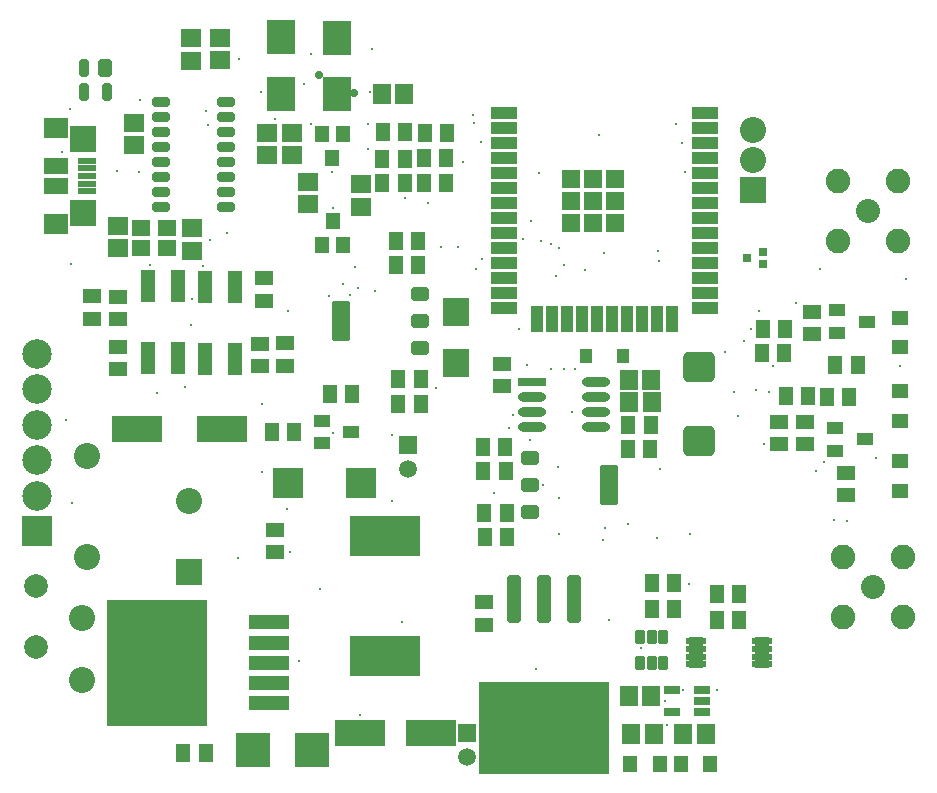
<source format=gts>
G04 Layer_Color=8388736*
%FSLAX25Y25*%
%MOIN*%
G70*
G01*
G75*
%ADD54C,0.08200*%
%ADD55C,0.08000*%
%ADD112R,0.03162X0.02768*%
%ADD113R,0.08280X0.05524*%
%ADD114R,0.06115X0.02375*%
%ADD115R,0.08280X0.07099*%
%ADD116R,0.08674X0.09068*%
%ADD117R,0.06312X0.05524*%
G04:AMPARAMS|DCode=118|XSize=59.58mil|YSize=32.41mil|CornerRadius=7.05mil|HoleSize=0mil|Usage=FLASHONLY|Rotation=0.000|XOffset=0mil|YOffset=0mil|HoleType=Round|Shape=RoundedRectangle|*
%AMROUNDEDRECTD118*
21,1,0.05958,0.01831,0,0,0.0*
21,1,0.04547,0.03241,0,0,0.0*
1,1,0.01410,0.02274,-0.00915*
1,1,0.01410,-0.02274,-0.00915*
1,1,0.01410,-0.02274,0.00915*
1,1,0.01410,0.02274,0.00915*
%
%ADD118ROUNDEDRECTD118*%
%ADD119R,0.05918X0.06706*%
%ADD120R,0.05800X0.03000*%
%ADD121R,0.43477X0.30800*%
G04:AMPARAMS|DCode=122|XSize=157.21mil|YSize=46.98mil|CornerRadius=8.87mil|HoleSize=0mil|Usage=FLASHONLY|Rotation=270.000|XOffset=0mil|YOffset=0mil|HoleType=Round|Shape=RoundedRectangle|*
%AMROUNDEDRECTD122*
21,1,0.15721,0.02923,0,0,270.0*
21,1,0.13947,0.04698,0,0,270.0*
1,1,0.01774,-0.01462,-0.06973*
1,1,0.01774,-0.01462,0.06973*
1,1,0.01774,0.01462,0.06973*
1,1,0.01774,0.01462,-0.06973*
%
%ADD122ROUNDEDRECTD122*%
%ADD123R,0.11824X0.11599*%
%ADD124R,0.06706X0.05918*%
%ADD125R,0.04800X0.05300*%
%ADD126R,0.06312X0.04737*%
%ADD127R,0.04737X0.06312*%
%ADD128R,0.05524X0.03950*%
%ADD129R,0.04737X0.10642*%
%ADD130R,0.05131X0.06312*%
%ADD131R,0.06312X0.05131*%
%ADD132R,0.10446X0.10446*%
%ADD133R,0.16548X0.08674*%
%ADD134O,0.09461X0.03162*%
%ADD135R,0.09461X0.03162*%
%ADD136R,0.23300X0.13300*%
G04:AMPARAMS|DCode=137|XSize=49.73mil|YSize=33.59mil|CornerRadius=10.4mil|HoleSize=0mil|Usage=FLASHONLY|Rotation=90.000|XOffset=0mil|YOffset=0mil|HoleType=Round|Shape=RoundedRectangle|*
%AMROUNDEDRECTD137*
21,1,0.04973,0.01279,0,0,90.0*
21,1,0.02894,0.03359,0,0,90.0*
1,1,0.02080,0.00640,0.01447*
1,1,0.02080,0.00640,-0.01447*
1,1,0.02080,-0.00640,-0.01447*
1,1,0.02080,-0.00640,0.01447*
%
%ADD137ROUNDEDRECTD137*%
%ADD138O,0.07099X0.02454*%
G04:AMPARAMS|DCode=139|XSize=44.61mil|YSize=59.58mil|CornerRadius=6.75mil|HoleSize=0mil|Usage=FLASHONLY|Rotation=90.000|XOffset=0mil|YOffset=0mil|HoleType=Round|Shape=RoundedRectangle|*
%AMROUNDEDRECTD139*
21,1,0.04461,0.04608,0,0,90.0*
21,1,0.03112,0.05958,0,0,90.0*
1,1,0.01349,0.02304,0.01556*
1,1,0.01349,0.02304,-0.01556*
1,1,0.01349,-0.02304,-0.01556*
1,1,0.01349,-0.02304,0.01556*
%
%ADD139ROUNDEDRECTD139*%
G04:AMPARAMS|DCode=140|XSize=135.56mil|YSize=59.58mil|CornerRadius=7.87mil|HoleSize=0mil|Usage=FLASHONLY|Rotation=90.000|XOffset=0mil|YOffset=0mil|HoleType=Round|Shape=RoundedRectangle|*
%AMROUNDEDRECTD140*
21,1,0.13556,0.04384,0,0,90.0*
21,1,0.11982,0.05958,0,0,90.0*
1,1,0.01574,0.02192,0.05991*
1,1,0.01574,0.02192,-0.05991*
1,1,0.01574,-0.02192,-0.05991*
1,1,0.01574,-0.02192,0.05991*
%
%ADD140ROUNDEDRECTD140*%
G04:AMPARAMS|DCode=141|XSize=101.31mil|YSize=103.67mil|CornerRadius=15.66mil|HoleSize=0mil|Usage=FLASHONLY|Rotation=270.000|XOffset=0mil|YOffset=0mil|HoleType=Round|Shape=RoundedRectangle|*
%AMROUNDEDRECTD141*
21,1,0.10131,0.07234,0,0,270.0*
21,1,0.06998,0.10367,0,0,270.0*
1,1,0.03133,-0.03617,-0.03499*
1,1,0.03133,-0.03617,0.03499*
1,1,0.03133,0.03617,0.03499*
1,1,0.03133,0.03617,-0.03499*
%
%ADD141ROUNDEDRECTD141*%
%ADD142R,0.04343X0.04540*%
%ADD143R,0.05131X0.05721*%
%ADD144R,0.09147X0.09776*%
G04:AMPARAMS|DCode=145|XSize=31.23mil|YSize=59.18mil|CornerRadius=5.74mil|HoleSize=0mil|Usage=FLASHONLY|Rotation=180.000|XOffset=0mil|YOffset=0mil|HoleType=Round|Shape=RoundedRectangle|*
%AMROUNDEDRECTD145*
21,1,0.03123,0.04770,0,0,180.0*
21,1,0.01974,0.05918,0,0,180.0*
1,1,0.01148,-0.00987,0.02385*
1,1,0.01148,0.00987,0.02385*
1,1,0.01148,0.00987,-0.02385*
1,1,0.01148,-0.00987,-0.02385*
%
%ADD145ROUNDEDRECTD145*%
G04:AMPARAMS|DCode=146|XSize=46.98mil|YSize=59.18mil|CornerRadius=6.92mil|HoleSize=0mil|Usage=FLASHONLY|Rotation=180.000|XOffset=0mil|YOffset=0mil|HoleType=Round|Shape=RoundedRectangle|*
%AMROUNDEDRECTD146*
21,1,0.04698,0.04534,0,0,180.0*
21,1,0.03313,0.05918,0,0,180.0*
1,1,0.01385,-0.01656,0.02267*
1,1,0.01385,0.01656,0.02267*
1,1,0.01385,0.01656,-0.02267*
1,1,0.01385,-0.01656,-0.02267*
%
%ADD146ROUNDEDRECTD146*%
%ADD147R,0.09461X0.11824*%
%ADD148R,0.33477X0.41942*%
%ADD149R,0.13398X0.04934*%
%ADD150R,0.06036X0.06036*%
%ADD151R,0.08674X0.04343*%
%ADD152R,0.04343X0.08674*%
%ADD153R,0.05721X0.05131*%
%ADD154C,0.08674*%
%ADD155R,0.08674X0.08674*%
%ADD156C,0.05918*%
%ADD157R,0.05918X0.05918*%
%ADD158C,0.07887*%
%ADD159C,0.09855*%
%ADD160R,0.09855X0.09855*%
%ADD161R,0.08674X0.08674*%
%ADD162C,0.01181*%
%ADD163C,0.02768*%
D54*
X386614Y241122D02*
D03*
X366614D02*
D03*
Y261122D02*
D03*
X386614D02*
D03*
X385197Y366280D02*
D03*
X365197D02*
D03*
Y386280D02*
D03*
X385197D02*
D03*
D55*
X376614Y251122D02*
D03*
X375197Y376279D02*
D03*
D112*
X339961Y358858D02*
D03*
Y362795D02*
D03*
X334842Y360827D02*
D03*
D113*
X104331Y384744D02*
D03*
Y391437D02*
D03*
D114*
X114862Y393209D02*
D03*
Y390650D02*
D03*
Y388090D02*
D03*
Y385531D02*
D03*
Y382972D02*
D03*
D115*
X104331Y371949D02*
D03*
Y404232D02*
D03*
D116*
X113583Y375886D02*
D03*
Y400295D02*
D03*
D117*
X132776Y370669D02*
D03*
X141437D02*
D03*
Y363976D02*
D03*
X132776D02*
D03*
D118*
X139272Y407776D02*
D03*
X160925Y397776D02*
D03*
X139272Y412776D02*
D03*
Y402776D02*
D03*
Y397776D02*
D03*
X160925Y402776D02*
D03*
Y392776D02*
D03*
Y387776D02*
D03*
X139272D02*
D03*
X160925Y377776D02*
D03*
X139272Y392776D02*
D03*
Y382776D02*
D03*
X160925D02*
D03*
X139272Y377776D02*
D03*
X160925Y407776D02*
D03*
Y412776D02*
D03*
D119*
X295374Y214862D02*
D03*
X302854D02*
D03*
X321063Y202165D02*
D03*
X313583D02*
D03*
X296161D02*
D03*
X303642D02*
D03*
X295276Y320079D02*
D03*
X302756D02*
D03*
X295472Y312598D02*
D03*
X302953D02*
D03*
X213090Y415256D02*
D03*
X220571D02*
D03*
D120*
X319864Y209390D02*
D03*
Y213090D02*
D03*
Y216791D02*
D03*
X309664D02*
D03*
Y209390D02*
D03*
D121*
X267224Y204114D02*
D03*
D122*
X257224Y246949D02*
D03*
X267224D02*
D03*
X277224D02*
D03*
D123*
X189665Y196752D02*
D03*
X170079D02*
D03*
D124*
X206201Y377854D02*
D03*
Y385335D02*
D03*
X188287Y386221D02*
D03*
Y378740D02*
D03*
X130512Y405807D02*
D03*
Y398327D02*
D03*
X182972Y402461D02*
D03*
Y394980D02*
D03*
X174606Y402559D02*
D03*
Y395079D02*
D03*
X125000Y363976D02*
D03*
Y371457D02*
D03*
X149902Y370669D02*
D03*
Y363189D02*
D03*
X159252Y426772D02*
D03*
Y434252D02*
D03*
X149508Y426575D02*
D03*
Y434055D02*
D03*
D125*
X196555Y394032D02*
D03*
X193055Y402032D02*
D03*
X200055D02*
D03*
X196653Y373095D02*
D03*
X200153Y365094D02*
D03*
X193154D02*
D03*
D126*
X125098Y347736D02*
D03*
Y340256D02*
D03*
X345558Y306102D02*
D03*
Y298622D02*
D03*
X354220Y306102D02*
D03*
Y298622D02*
D03*
X356398Y342815D02*
D03*
Y335335D02*
D03*
X125098Y323622D02*
D03*
Y331102D02*
D03*
X172343Y332185D02*
D03*
Y324705D02*
D03*
X173622Y354035D02*
D03*
Y346555D02*
D03*
X253248Y325492D02*
D03*
Y318012D02*
D03*
D127*
X347638Y314764D02*
D03*
X355118D02*
D03*
X368799Y314567D02*
D03*
X361319D02*
D03*
X364173Y325000D02*
D03*
X371654D02*
D03*
X195768Y315440D02*
D03*
X203248D02*
D03*
X183760Y302756D02*
D03*
X176279D02*
D03*
X302953Y243701D02*
D03*
X310433D02*
D03*
X332098Y240191D02*
D03*
X324617D02*
D03*
X339764Y329232D02*
D03*
X347244D02*
D03*
X347441Y337205D02*
D03*
X339961D02*
D03*
D128*
X373995Y300295D02*
D03*
X364153Y304045D02*
D03*
Y296545D02*
D03*
X374705Y339557D02*
D03*
X364862Y343307D02*
D03*
Y335807D02*
D03*
X202854Y302733D02*
D03*
X193012Y306484D02*
D03*
Y298984D02*
D03*
D129*
X154134Y326969D02*
D03*
Y350984D02*
D03*
X164134Y326969D02*
D03*
Y350984D02*
D03*
X135039Y327362D02*
D03*
Y351378D02*
D03*
X145039Y327362D02*
D03*
Y351378D02*
D03*
D130*
X220768Y402658D02*
D03*
X213287D02*
D03*
X220669Y385630D02*
D03*
X213189D02*
D03*
X220669Y393898D02*
D03*
X213189D02*
D03*
X226969Y394094D02*
D03*
X234449D02*
D03*
X226969Y385827D02*
D03*
X234449D02*
D03*
X227264Y402461D02*
D03*
X234744D02*
D03*
X146850Y195669D02*
D03*
X154331D02*
D03*
X302658Y305118D02*
D03*
X295177D02*
D03*
X295079Y297047D02*
D03*
X302559D02*
D03*
X310531Y252559D02*
D03*
X303051D02*
D03*
X324606Y248819D02*
D03*
X332087D02*
D03*
X217618Y366339D02*
D03*
X225098D02*
D03*
Y358268D02*
D03*
X217618D02*
D03*
X225984Y320276D02*
D03*
X218504D02*
D03*
Y312205D02*
D03*
X225984D02*
D03*
X254232Y297736D02*
D03*
X246752D02*
D03*
X246850Y289665D02*
D03*
X254331D02*
D03*
X254823Y267618D02*
D03*
X247342D02*
D03*
X247244Y275590D02*
D03*
X254724D02*
D03*
D131*
X116535Y340453D02*
D03*
Y347933D02*
D03*
X180709Y324803D02*
D03*
Y332283D02*
D03*
X367913Y289173D02*
D03*
Y281693D02*
D03*
X177559Y262697D02*
D03*
Y270177D02*
D03*
X247146Y238484D02*
D03*
Y245965D02*
D03*
D132*
X181595Y285728D02*
D03*
X206004D02*
D03*
D133*
X131299Y303740D02*
D03*
X159646D02*
D03*
X229331Y202461D02*
D03*
X205709D02*
D03*
D134*
X284449Y304547D02*
D03*
Y309547D02*
D03*
Y314547D02*
D03*
Y319547D02*
D03*
X263189Y304547D02*
D03*
Y309547D02*
D03*
Y314547D02*
D03*
D135*
Y319547D02*
D03*
D136*
X214173Y228150D02*
D03*
Y268150D02*
D03*
D137*
X302953Y225689D02*
D03*
X299213D02*
D03*
X306693D02*
D03*
Y234350D02*
D03*
X299213D02*
D03*
X302953D02*
D03*
D138*
X339665Y225295D02*
D03*
Y227854D02*
D03*
Y230413D02*
D03*
Y232972D02*
D03*
X317618Y225295D02*
D03*
Y227854D02*
D03*
Y230413D02*
D03*
Y232972D02*
D03*
D139*
X225748Y330748D02*
D03*
Y339764D02*
D03*
Y348780D02*
D03*
X262323Y294153D02*
D03*
Y285138D02*
D03*
Y276122D02*
D03*
D140*
X199409Y339764D02*
D03*
X288661Y285138D02*
D03*
D141*
X318799Y324291D02*
D03*
Y299724D02*
D03*
D142*
X293406Y327953D02*
D03*
X281004D02*
D03*
D143*
X295866Y192126D02*
D03*
X305709D02*
D03*
X322441Y192027D02*
D03*
X312598D02*
D03*
D144*
X237795Y325827D02*
D03*
Y342874D02*
D03*
D145*
X121396Y415942D02*
D03*
X113837D02*
D03*
Y424013D02*
D03*
D146*
X120609D02*
D03*
D147*
X179528Y434449D02*
D03*
Y415500D02*
D03*
X198130Y434252D02*
D03*
Y415303D02*
D03*
D148*
X138189Y225886D02*
D03*
D149*
X175394Y239272D02*
D03*
Y232579D02*
D03*
Y225886D02*
D03*
Y219193D02*
D03*
Y212500D02*
D03*
D150*
X290591Y372500D02*
D03*
X283366D02*
D03*
X276142D02*
D03*
X290591Y379724D02*
D03*
X283366D02*
D03*
X276142D02*
D03*
X290591Y386949D02*
D03*
X283366D02*
D03*
X276142D02*
D03*
D151*
X320768Y409252D02*
D03*
Y404252D02*
D03*
Y399252D02*
D03*
Y394252D02*
D03*
Y389252D02*
D03*
Y384252D02*
D03*
Y379252D02*
D03*
Y374252D02*
D03*
Y369252D02*
D03*
Y364252D02*
D03*
Y359252D02*
D03*
Y354252D02*
D03*
Y349252D02*
D03*
Y344252D02*
D03*
X253839D02*
D03*
Y349252D02*
D03*
Y354252D02*
D03*
Y359252D02*
D03*
Y364252D02*
D03*
Y369252D02*
D03*
Y374252D02*
D03*
Y379252D02*
D03*
Y384252D02*
D03*
Y389252D02*
D03*
Y394252D02*
D03*
Y399252D02*
D03*
Y404252D02*
D03*
Y409252D02*
D03*
D152*
X309803Y340315D02*
D03*
X304803D02*
D03*
X299803D02*
D03*
X294803D02*
D03*
X289803D02*
D03*
X284803D02*
D03*
X279803D02*
D03*
X274803D02*
D03*
X269803D02*
D03*
X264803D02*
D03*
D153*
X385827Y331004D02*
D03*
Y340846D02*
D03*
X385827Y283169D02*
D03*
Y293012D02*
D03*
X385827Y316339D02*
D03*
Y306496D02*
D03*
D154*
X148917Y279823D02*
D03*
X114665Y260925D02*
D03*
Y294783D02*
D03*
X336910Y403406D02*
D03*
Y393406D02*
D03*
X113091Y220177D02*
D03*
Y240650D02*
D03*
D155*
X148917Y256201D02*
D03*
D156*
X221654Y290551D02*
D03*
X241437Y194488D02*
D03*
D157*
X221654Y298425D02*
D03*
X241437Y202362D02*
D03*
D158*
X97835Y231102D02*
D03*
Y251575D02*
D03*
D159*
X98122Y316937D02*
D03*
Y305126D02*
D03*
Y293315D02*
D03*
Y281504D02*
D03*
Y328748D02*
D03*
D160*
Y269693D02*
D03*
D161*
X336910Y383405D02*
D03*
D162*
X285531Y401673D02*
D03*
X243516Y408583D02*
D03*
X243602Y405807D02*
D03*
X187106Y418898D02*
D03*
X209646Y430315D02*
D03*
X189272Y428839D02*
D03*
X154921Y405020D02*
D03*
X154528Y409744D02*
D03*
X165496Y427067D02*
D03*
X132382Y413484D02*
D03*
X135630Y358268D02*
D03*
X161516Y368996D02*
D03*
X131988Y389469D02*
D03*
X124803Y389665D02*
D03*
X109252Y410433D02*
D03*
X331693Y307972D02*
D03*
X287303Y270768D02*
D03*
X271752Y291142D02*
D03*
X205217Y350590D02*
D03*
X210630Y349705D02*
D03*
X204035Y357874D02*
D03*
X330512Y316240D02*
D03*
X343504Y324902D02*
D03*
X387894Y353642D02*
D03*
X240158Y392618D02*
D03*
X261319Y325197D02*
D03*
X269390Y323819D02*
D03*
X231201Y317421D02*
D03*
X359154Y356988D02*
D03*
X256791Y308366D02*
D03*
X232677Y364469D02*
D03*
X266732Y285138D02*
D03*
X165059Y260728D02*
D03*
X155610Y366732D02*
D03*
X137992Y315650D02*
D03*
X147441Y317815D02*
D03*
X182382Y262795D02*
D03*
X181496Y276969D02*
D03*
X220669Y380906D02*
D03*
X315748Y268602D02*
D03*
X185335Y226279D02*
D03*
X149606Y347146D02*
D03*
X340354Y298622D02*
D03*
X149409Y338386D02*
D03*
X304724Y267520D02*
D03*
X377756Y294094D02*
D03*
X276575Y309547D02*
D03*
X173130Y289567D02*
D03*
X195472Y348130D02*
D03*
X192520Y250394D02*
D03*
X338878Y343012D02*
D03*
X313583Y216831D02*
D03*
X324803Y216732D02*
D03*
X173031Y312008D02*
D03*
X315551Y251969D02*
D03*
X286811Y266831D02*
D03*
X262402Y300197D02*
D03*
X264567Y223721D02*
D03*
X288779Y240059D02*
D03*
X272244Y268701D02*
D03*
X216339Y301772D02*
D03*
X250394Y282382D02*
D03*
X308169Y205217D02*
D03*
X299311Y230906D02*
D03*
X196752Y302559D02*
D03*
X272146Y280610D02*
D03*
X216339Y279724D02*
D03*
X350984Y345866D02*
D03*
X277559Y323819D02*
D03*
X273819D02*
D03*
X337598Y316732D02*
D03*
X342224Y316043D02*
D03*
X360335Y292815D02*
D03*
X357776Y289764D02*
D03*
X336221Y337106D02*
D03*
X305610Y290551D02*
D03*
X368110Y273031D02*
D03*
X363681Y273425D02*
D03*
X189370Y405315D02*
D03*
X172736Y416240D02*
D03*
X280906Y356791D02*
D03*
X305512Y359842D02*
D03*
X304921Y362992D02*
D03*
X272047Y363976D02*
D03*
X311122Y405315D02*
D03*
X314173Y389370D02*
D03*
X246555Y360433D02*
D03*
X200000Y351969D02*
D03*
X260236Y367126D02*
D03*
X269291Y365354D02*
D03*
X245965Y399410D02*
D03*
X287205Y362402D02*
D03*
X238386Y364469D02*
D03*
X258858Y337205D02*
D03*
X271161Y354724D02*
D03*
X255315Y304134D02*
D03*
X312992Y399016D02*
D03*
X266043Y366535D02*
D03*
X273819Y358268D02*
D03*
X262671Y373124D02*
D03*
X265354Y389075D02*
D03*
X208957Y416043D02*
D03*
X295079Y272146D02*
D03*
X327461Y329528D02*
D03*
X333850Y333161D02*
D03*
X153347Y358071D02*
D03*
X196457Y389469D02*
D03*
X109350Y358858D02*
D03*
X244390Y357185D02*
D03*
X177461Y406988D02*
D03*
X181595Y343012D02*
D03*
X196653Y377264D02*
D03*
X228445Y379134D02*
D03*
X202559Y348327D02*
D03*
X307283Y213090D02*
D03*
X219783Y239370D02*
D03*
X109746Y279136D02*
D03*
X107776Y306890D02*
D03*
X385630Y324902D02*
D03*
X208465Y397047D02*
D03*
X208349Y405423D02*
D03*
X205906Y208268D02*
D03*
X106398Y396063D02*
D03*
D163*
X192224Y421850D02*
D03*
X203642Y415650D02*
D03*
M02*

</source>
